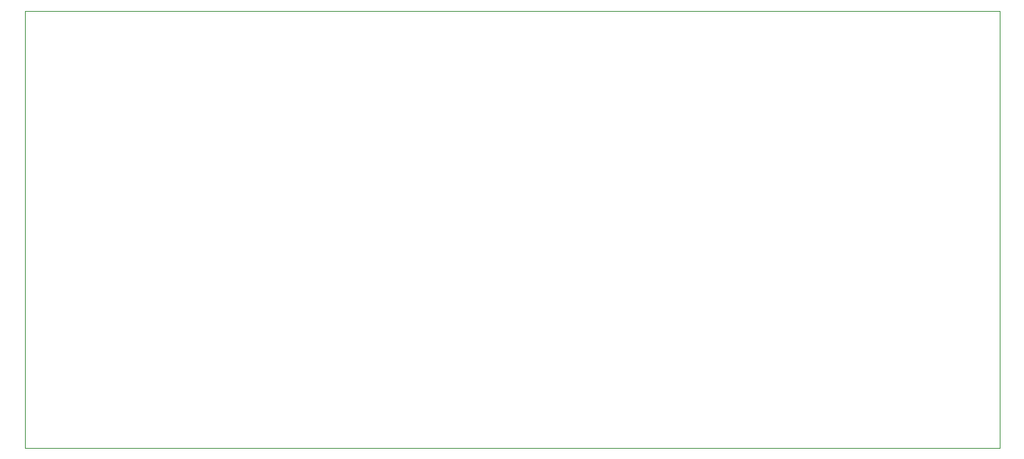
<source format=gbr>
%TF.GenerationSoftware,KiCad,Pcbnew,(6.0.7)*%
%TF.CreationDate,2022-08-08T03:52:41+08:00*%
%TF.ProjectId,Solar Charger,536f6c61-7220-4436-9861-726765722e6b,rev?*%
%TF.SameCoordinates,Original*%
%TF.FileFunction,Profile,NP*%
%FSLAX46Y46*%
G04 Gerber Fmt 4.6, Leading zero omitted, Abs format (unit mm)*
G04 Created by KiCad (PCBNEW (6.0.7)) date 2022-08-08 03:52:41*
%MOMM*%
%LPD*%
G01*
G04 APERTURE LIST*
%TA.AperFunction,Profile*%
%ADD10C,0.100000*%
%TD*%
G04 APERTURE END LIST*
D10*
X74050000Y-56200000D02*
X186300000Y-56200000D01*
X186300000Y-56200000D02*
X186300000Y-106550000D01*
X186300000Y-106550000D02*
X74050000Y-106550000D01*
X74050000Y-106550000D02*
X74050000Y-56200000D01*
M02*

</source>
